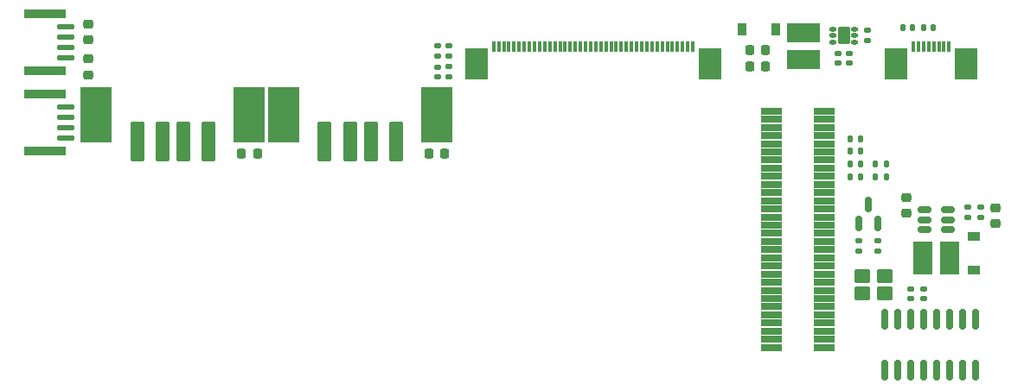
<source format=gtp>
G04 #@! TF.GenerationSoftware,KiCad,Pcbnew,(6.0.4)*
G04 #@! TF.CreationDate,2022-05-11T13:02:33+08:00*
G04 #@! TF.ProjectId,A133CoreDK-LCDdeck,41313333-436f-4726-9544-4b2d4c434464,rev?*
G04 #@! TF.SameCoordinates,Original*
G04 #@! TF.FileFunction,Paste,Top*
G04 #@! TF.FilePolarity,Positive*
%FSLAX46Y46*%
G04 Gerber Fmt 4.6, Leading zero omitted, Abs format (unit mm)*
G04 Created by KiCad (PCBNEW (6.0.4)) date 2022-05-11 13:02:33*
%MOMM*%
%LPD*%
G01*
G04 APERTURE LIST*
G04 Aperture macros list*
%AMRoundRect*
0 Rectangle with rounded corners*
0 $1 Rounding radius*
0 $2 $3 $4 $5 $6 $7 $8 $9 X,Y pos of 4 corners*
0 Add a 4 corners polygon primitive as box body*
4,1,4,$2,$3,$4,$5,$6,$7,$8,$9,$2,$3,0*
0 Add four circle primitives for the rounded corners*
1,1,$1+$1,$2,$3*
1,1,$1+$1,$4,$5*
1,1,$1+$1,$6,$7*
1,1,$1+$1,$8,$9*
0 Add four rect primitives between the rounded corners*
20,1,$1+$1,$2,$3,$4,$5,0*
20,1,$1+$1,$4,$5,$6,$7,0*
20,1,$1+$1,$6,$7,$8,$9,0*
20,1,$1+$1,$8,$9,$2,$3,0*%
G04 Aperture macros list end*
%ADD10RoundRect,0.140000X0.140000X0.170000X-0.140000X0.170000X-0.140000X-0.170000X0.140000X-0.170000X0*%
%ADD11RoundRect,0.140000X0.170000X-0.140000X0.170000X0.140000X-0.170000X0.140000X-0.170000X-0.140000X0*%
%ADD12RoundRect,0.150000X0.150000X-0.587500X0.150000X0.587500X-0.150000X0.587500X-0.150000X-0.587500X0*%
%ADD13RoundRect,0.225000X-0.225000X-0.250000X0.225000X-0.250000X0.225000X0.250000X-0.225000X0.250000X0*%
%ADD14RoundRect,0.135000X-0.185000X0.135000X-0.185000X-0.135000X0.185000X-0.135000X0.185000X0.135000X0*%
%ADD15R,1.200000X0.900000*%
%ADD16R,0.900000X1.200000*%
%ADD17RoundRect,0.135000X0.135000X0.185000X-0.135000X0.185000X-0.135000X-0.185000X0.135000X-0.185000X0*%
%ADD18RoundRect,0.050800X-0.700000X-0.600000X0.700000X-0.600000X0.700000X0.600000X-0.700000X0.600000X0*%
%ADD19RoundRect,0.050800X-1.000000X0.250000X-1.000000X-0.250000X1.000000X-0.250000X1.000000X0.250000X0*%
%ADD20RoundRect,0.050800X-2.000250X0.400050X-2.000250X-0.400050X2.000250X-0.400050X2.000250X0.400050X0*%
%ADD21RoundRect,0.050800X-0.800100X0.199400X-0.800100X-0.199400X0.800100X-0.199400X0.800100X0.199400X0*%
%ADD22RoundRect,0.050800X-1.559550X0.900450X-1.559550X-0.900450X1.559550X-0.900450X1.559550X0.900450X0*%
%ADD23RoundRect,0.135000X0.185000X-0.135000X0.185000X0.135000X-0.185000X0.135000X-0.185000X-0.135000X0*%
%ADD24RoundRect,0.050800X-0.900450X-1.559550X0.900450X-1.559550X0.900450X1.559550X-0.900450X1.559550X0*%
%ADD25O,0.708700X0.464800*%
%ADD26RoundRect,0.050800X0.500400X-0.800100X0.500400X0.800100X-0.500400X0.800100X-0.500400X-0.800100X0*%
%ADD27RoundRect,0.225000X-0.250000X0.225000X-0.250000X-0.225000X0.250000X-0.225000X0.250000X0.225000X0*%
%ADD28RoundRect,0.225000X0.250000X-0.225000X0.250000X0.225000X-0.250000X0.225000X-0.250000X-0.225000X0*%
%ADD29RoundRect,0.140000X-0.140000X-0.170000X0.140000X-0.170000X0.140000X0.170000X-0.140000X0.170000X0*%
%ADD30RoundRect,0.225000X0.225000X0.250000X-0.225000X0.250000X-0.225000X-0.250000X0.225000X-0.250000X0*%
%ADD31RoundRect,0.150000X0.150000X-0.850000X0.150000X0.850000X-0.150000X0.850000X-0.150000X-0.850000X0*%
%ADD32RoundRect,0.050800X0.599450X1.899900X-0.599450X1.899900X-0.599450X-1.899900X0.599450X-1.899900X0*%
%ADD33RoundRect,0.050800X1.499850X2.650500X-1.499850X2.650500X-1.499850X-2.650500X1.499850X-2.650500X0*%
%ADD34R,0.300000X1.100000*%
%ADD35R,2.300000X3.100000*%
%ADD36RoundRect,0.150000X0.512500X0.150000X-0.512500X0.150000X-0.512500X-0.150000X0.512500X-0.150000X0*%
G04 APERTURE END LIST*
D10*
X181201000Y-63652400D03*
X180241000Y-63652400D03*
D11*
X180975000Y-90294400D03*
X180975000Y-89334400D03*
X182245000Y-90294400D03*
X182245000Y-89334400D03*
D12*
X175884800Y-82875600D03*
X177784800Y-82875600D03*
X176834800Y-81000600D03*
D13*
X165235600Y-65848200D03*
X166785600Y-65848200D03*
D11*
X173884600Y-67158800D03*
X173884600Y-66198800D03*
D14*
X187876211Y-81253659D03*
X187876211Y-82273659D03*
D15*
X187215811Y-84126859D03*
X187215811Y-87426859D03*
D16*
X164487600Y-63834000D03*
X167787600Y-63834000D03*
D14*
X135826500Y-67508600D03*
X135826500Y-68528600D03*
D17*
X176100200Y-74574400D03*
X175080200Y-74574400D03*
D18*
X176293500Y-89775000D03*
X178493700Y-89775000D03*
X178493700Y-88025000D03*
X176293500Y-88025000D03*
D11*
X175002200Y-67158800D03*
X175002200Y-66198800D03*
D19*
X167364000Y-71859100D03*
X167364000Y-72659200D03*
X167364000Y-73459100D03*
X167364000Y-74259200D03*
X167364000Y-75059300D03*
X167364000Y-75859100D03*
X167364000Y-76659200D03*
X167364000Y-77459100D03*
X167364000Y-78259200D03*
X167364000Y-79059300D03*
X167364000Y-79859100D03*
X167364000Y-80659200D03*
X167364000Y-81459300D03*
X167364000Y-82259200D03*
X167364000Y-83059300D03*
X167364000Y-83859100D03*
X167364000Y-84659200D03*
X167364000Y-85459300D03*
X167364000Y-86259200D03*
X167364000Y-87059300D03*
X167364000Y-87859100D03*
X167364000Y-88659200D03*
X167364000Y-89459300D03*
X167364000Y-90259200D03*
X167364000Y-91059300D03*
X167364000Y-91859100D03*
X167364000Y-92659200D03*
X167364000Y-93459300D03*
X167364000Y-94259200D03*
X167364000Y-95059300D03*
X172563900Y-71859100D03*
X172563900Y-72659200D03*
X172563900Y-73459100D03*
X172563900Y-74259200D03*
X172563900Y-75059300D03*
X172563900Y-75859100D03*
X172563900Y-76659200D03*
X172563900Y-77459100D03*
X172563900Y-78259200D03*
X172563900Y-79059300D03*
X172563900Y-79859100D03*
X172563900Y-80659200D03*
X172563900Y-81459300D03*
X172563900Y-82259200D03*
X172563900Y-83059300D03*
X172563900Y-83859100D03*
X172563900Y-84659200D03*
X172563900Y-85459300D03*
X172563900Y-86259200D03*
X172563900Y-87059300D03*
X172563900Y-87859100D03*
X172563900Y-88659200D03*
X172563900Y-89459300D03*
X172563900Y-90259200D03*
X172563900Y-91059300D03*
X172563900Y-91859100D03*
X172563900Y-92659200D03*
X172563900Y-93459300D03*
X172563900Y-94259200D03*
X172564200Y-95059300D03*
D20*
X96285100Y-75798700D03*
X96285100Y-70200500D03*
D21*
X98281500Y-71501000D03*
X98281500Y-72501800D03*
X98281500Y-73502500D03*
X98281500Y-74500700D03*
D22*
X170481000Y-66788000D03*
X170481000Y-64182000D03*
D23*
X177784800Y-85572300D03*
X177784800Y-84552300D03*
D17*
X178589400Y-77063600D03*
X177569400Y-77063600D03*
D13*
X165235600Y-67448400D03*
X166785600Y-67448400D03*
D24*
X184785011Y-86310259D03*
X182179011Y-86310259D03*
D25*
X175472100Y-65119200D03*
X175472100Y-64469000D03*
X175472100Y-63818800D03*
X173414700Y-63818800D03*
X173414700Y-64469000D03*
X173414700Y-65119200D03*
D26*
X174443400Y-64469000D03*
D17*
X176100200Y-78308200D03*
X175080200Y-78308200D03*
D11*
X134683500Y-68498600D03*
X134683500Y-67538600D03*
D27*
X100457000Y-63309200D03*
X100457000Y-64859200D03*
D23*
X186580811Y-82273659D03*
X186580811Y-81253659D03*
D17*
X176100200Y-77063600D03*
X175080200Y-77063600D03*
D28*
X189273211Y-82919659D03*
X189273211Y-81369659D03*
D17*
X178589400Y-78308200D03*
X177569400Y-78308200D03*
D28*
X180535611Y-81878259D03*
X180535611Y-80328259D03*
D29*
X182247600Y-63652400D03*
X183207600Y-63652400D03*
D14*
X175884800Y-84552300D03*
X175884800Y-85572300D03*
D20*
X96285100Y-62301100D03*
X96285100Y-67899300D03*
D21*
X98281500Y-63601600D03*
X98281500Y-64602400D03*
X98281500Y-65603100D03*
X98281500Y-66601300D03*
D17*
X176100200Y-75819000D03*
X175080200Y-75819000D03*
D30*
X135402600Y-75996800D03*
X133852600Y-75996800D03*
D11*
X135826500Y-66441200D03*
X135826500Y-65481200D03*
D23*
X176754800Y-64979000D03*
X176754800Y-63959000D03*
D31*
X178435000Y-97318200D03*
X179705000Y-97318200D03*
X180975000Y-97318200D03*
X182245000Y-97318200D03*
X183515000Y-97318200D03*
X184785000Y-97318200D03*
X186055000Y-97318200D03*
X187325000Y-97318200D03*
X187325000Y-92318200D03*
X186055000Y-92318200D03*
X184785000Y-92318200D03*
X183515000Y-92318200D03*
X182245000Y-92318200D03*
X180975000Y-92318200D03*
X179705000Y-92318200D03*
X178435000Y-92318200D03*
D32*
X130632200Y-74843660D03*
X128132800Y-74843660D03*
X126131300Y-74843660D03*
X123632000Y-74843660D03*
D33*
X134627600Y-72242660D03*
X119626400Y-72242660D03*
D28*
X100457000Y-68288200D03*
X100457000Y-66738200D03*
D34*
X140168800Y-65512200D03*
X140668800Y-65512200D03*
X141168800Y-65512200D03*
X141668800Y-65512200D03*
X142168800Y-65512200D03*
X142668800Y-65512200D03*
X143168800Y-65512200D03*
X143668800Y-65512200D03*
X144168800Y-65512200D03*
X144668800Y-65512200D03*
X145168800Y-65512200D03*
X145668800Y-65512200D03*
X146168800Y-65512200D03*
X146668800Y-65512200D03*
X147168800Y-65512200D03*
X147668800Y-65512200D03*
X148168800Y-65512200D03*
X148668800Y-65512200D03*
X149168800Y-65512200D03*
X149668800Y-65512200D03*
X150168800Y-65512200D03*
X150668800Y-65512200D03*
X151168800Y-65512200D03*
X151668800Y-65512200D03*
X152168800Y-65512200D03*
X152668800Y-65512200D03*
X153168800Y-65512200D03*
X153668800Y-65512200D03*
X154168800Y-65512200D03*
X154668800Y-65512200D03*
X155168800Y-65512200D03*
X155668800Y-65512200D03*
X156168800Y-65512200D03*
X156668800Y-65512200D03*
X157168800Y-65512200D03*
X157668800Y-65512200D03*
X158168800Y-65512200D03*
X158668800Y-65512200D03*
X159168800Y-65512200D03*
X159668800Y-65512200D03*
D35*
X138498800Y-67212200D03*
X161338800Y-67212200D03*
D32*
X112268000Y-74843660D03*
X109768600Y-74843660D03*
X107767100Y-74843660D03*
X105267800Y-74843660D03*
D33*
X101262200Y-72242660D03*
X116263400Y-72242660D03*
D30*
X117038400Y-75996800D03*
X115488400Y-75996800D03*
D36*
X184644911Y-83475659D03*
X184644911Y-82525659D03*
X184644911Y-81575659D03*
X182369911Y-81575659D03*
X182369911Y-82525659D03*
X182369911Y-83475659D03*
D34*
X181257000Y-65512200D03*
X181757000Y-65512200D03*
X182257000Y-65512200D03*
X182757000Y-65512200D03*
X183257000Y-65512200D03*
X183757000Y-65512200D03*
X184257000Y-65512200D03*
X184757000Y-65512200D03*
D35*
X179587000Y-67212200D03*
X186427000Y-67212200D03*
D11*
X134683500Y-66441200D03*
X134683500Y-65481200D03*
M02*

</source>
